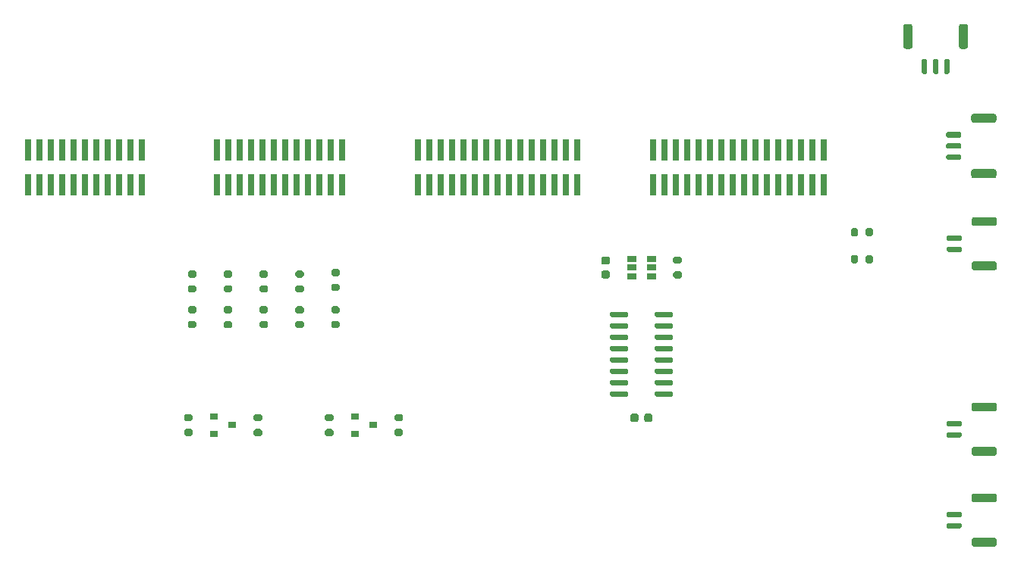
<source format=gbr>
%TF.GenerationSoftware,KiCad,Pcbnew,(5.1.10)-1*%
%TF.CreationDate,2021-08-26T14:05:13+08:00*%
%TF.ProjectId,Syrostan-Ext-DIO,5379726f-7374-4616-9e2d-4578742d4449,rev?*%
%TF.SameCoordinates,Original*%
%TF.FileFunction,Paste,Bot*%
%TF.FilePolarity,Positive*%
%FSLAX46Y46*%
G04 Gerber Fmt 4.6, Leading zero omitted, Abs format (unit mm)*
G04 Created by KiCad (PCBNEW (5.1.10)-1) date 2021-08-26 14:05:13*
%MOMM*%
%LPD*%
G01*
G04 APERTURE LIST*
%ADD10R,0.740000X2.400000*%
%ADD11R,0.900000X0.800000*%
%ADD12R,1.060000X0.650000*%
G04 APERTURE END LIST*
D10*
%TO.C,J3*%
X124798333Y-84249969D03*
X124798333Y-88149969D03*
X126068333Y-84249969D03*
X126068333Y-88149969D03*
X127338333Y-84249969D03*
X127338333Y-88149969D03*
X128608333Y-84249969D03*
X128608333Y-88149969D03*
X129878333Y-84249969D03*
X129878333Y-88149969D03*
X131148333Y-84249969D03*
X131148333Y-88149969D03*
X132418333Y-84249969D03*
X132418333Y-88149969D03*
X133688333Y-84249969D03*
X133688333Y-88149969D03*
X134958333Y-84249969D03*
X134958333Y-88149969D03*
X136228333Y-84249969D03*
X136228333Y-88149969D03*
X137498333Y-84249969D03*
X137498333Y-88149969D03*
X138768333Y-84249969D03*
X138768333Y-88149969D03*
%TD*%
%TO.C,J4*%
X103650000Y-84249969D03*
X103650000Y-88149969D03*
X104920000Y-84249969D03*
X104920000Y-88149969D03*
X106190000Y-84249969D03*
X106190000Y-88149969D03*
X107460000Y-84249969D03*
X107460000Y-88149969D03*
X108730000Y-84249969D03*
X108730000Y-88149969D03*
X110000000Y-84249969D03*
X110000000Y-88149969D03*
X111270000Y-84249969D03*
X111270000Y-88149969D03*
X112540000Y-84249969D03*
X112540000Y-88149969D03*
X113810000Y-84249969D03*
X113810000Y-88149969D03*
X115080000Y-84249969D03*
X115080000Y-88149969D03*
X116350000Y-84249969D03*
X116350000Y-88149969D03*
%TD*%
%TO.C,R1*%
G36*
G01*
X133725000Y-99425000D02*
X134275000Y-99425000D01*
G75*
G02*
X134475000Y-99625000I0J-200000D01*
G01*
X134475000Y-100025000D01*
G75*
G02*
X134275000Y-100225000I-200000J0D01*
G01*
X133725000Y-100225000D01*
G75*
G02*
X133525000Y-100025000I0J200000D01*
G01*
X133525000Y-99625000D01*
G75*
G02*
X133725000Y-99425000I200000J0D01*
G01*
G37*
G36*
G01*
X133725000Y-97775000D02*
X134275000Y-97775000D01*
G75*
G02*
X134475000Y-97975000I0J-200000D01*
G01*
X134475000Y-98375000D01*
G75*
G02*
X134275000Y-98575000I-200000J0D01*
G01*
X133725000Y-98575000D01*
G75*
G02*
X133525000Y-98375000I0J200000D01*
G01*
X133525000Y-97975000D01*
G75*
G02*
X133725000Y-97775000I200000J0D01*
G01*
G37*
%TD*%
%TO.C,R2*%
G36*
G01*
X129725000Y-99425000D02*
X130275000Y-99425000D01*
G75*
G02*
X130475000Y-99625000I0J-200000D01*
G01*
X130475000Y-100025000D01*
G75*
G02*
X130275000Y-100225000I-200000J0D01*
G01*
X129725000Y-100225000D01*
G75*
G02*
X129525000Y-100025000I0J200000D01*
G01*
X129525000Y-99625000D01*
G75*
G02*
X129725000Y-99425000I200000J0D01*
G01*
G37*
G36*
G01*
X129725000Y-97775000D02*
X130275000Y-97775000D01*
G75*
G02*
X130475000Y-97975000I0J-200000D01*
G01*
X130475000Y-98375000D01*
G75*
G02*
X130275000Y-98575000I-200000J0D01*
G01*
X129725000Y-98575000D01*
G75*
G02*
X129525000Y-98375000I0J200000D01*
G01*
X129525000Y-97975000D01*
G75*
G02*
X129725000Y-97775000I200000J0D01*
G01*
G37*
%TD*%
%TO.C,R3*%
G36*
G01*
X125725000Y-99425000D02*
X126275000Y-99425000D01*
G75*
G02*
X126475000Y-99625000I0J-200000D01*
G01*
X126475000Y-100025000D01*
G75*
G02*
X126275000Y-100225000I-200000J0D01*
G01*
X125725000Y-100225000D01*
G75*
G02*
X125525000Y-100025000I0J200000D01*
G01*
X125525000Y-99625000D01*
G75*
G02*
X125725000Y-99425000I200000J0D01*
G01*
G37*
G36*
G01*
X125725000Y-97775000D02*
X126275000Y-97775000D01*
G75*
G02*
X126475000Y-97975000I0J-200000D01*
G01*
X126475000Y-98375000D01*
G75*
G02*
X126275000Y-98575000I-200000J0D01*
G01*
X125725000Y-98575000D01*
G75*
G02*
X125525000Y-98375000I0J200000D01*
G01*
X125525000Y-97975000D01*
G75*
G02*
X125725000Y-97775000I200000J0D01*
G01*
G37*
%TD*%
%TO.C,R4*%
G36*
G01*
X133725000Y-103425000D02*
X134275000Y-103425000D01*
G75*
G02*
X134475000Y-103625000I0J-200000D01*
G01*
X134475000Y-104025000D01*
G75*
G02*
X134275000Y-104225000I-200000J0D01*
G01*
X133725000Y-104225000D01*
G75*
G02*
X133525000Y-104025000I0J200000D01*
G01*
X133525000Y-103625000D01*
G75*
G02*
X133725000Y-103425000I200000J0D01*
G01*
G37*
G36*
G01*
X133725000Y-101775000D02*
X134275000Y-101775000D01*
G75*
G02*
X134475000Y-101975000I0J-200000D01*
G01*
X134475000Y-102375000D01*
G75*
G02*
X134275000Y-102575000I-200000J0D01*
G01*
X133725000Y-102575000D01*
G75*
G02*
X133525000Y-102375000I0J200000D01*
G01*
X133525000Y-101975000D01*
G75*
G02*
X133725000Y-101775000I200000J0D01*
G01*
G37*
%TD*%
%TO.C,R5*%
G36*
G01*
X129725000Y-103425000D02*
X130275000Y-103425000D01*
G75*
G02*
X130475000Y-103625000I0J-200000D01*
G01*
X130475000Y-104025000D01*
G75*
G02*
X130275000Y-104225000I-200000J0D01*
G01*
X129725000Y-104225000D01*
G75*
G02*
X129525000Y-104025000I0J200000D01*
G01*
X129525000Y-103625000D01*
G75*
G02*
X129725000Y-103425000I200000J0D01*
G01*
G37*
G36*
G01*
X129725000Y-101775000D02*
X130275000Y-101775000D01*
G75*
G02*
X130475000Y-101975000I0J-200000D01*
G01*
X130475000Y-102375000D01*
G75*
G02*
X130275000Y-102575000I-200000J0D01*
G01*
X129725000Y-102575000D01*
G75*
G02*
X129525000Y-102375000I0J200000D01*
G01*
X129525000Y-101975000D01*
G75*
G02*
X129725000Y-101775000I200000J0D01*
G01*
G37*
%TD*%
%TO.C,R6*%
G36*
G01*
X125725000Y-103425000D02*
X126275000Y-103425000D01*
G75*
G02*
X126475000Y-103625000I0J-200000D01*
G01*
X126475000Y-104025000D01*
G75*
G02*
X126275000Y-104225000I-200000J0D01*
G01*
X125725000Y-104225000D01*
G75*
G02*
X125525000Y-104025000I0J200000D01*
G01*
X125525000Y-103625000D01*
G75*
G02*
X125725000Y-103425000I200000J0D01*
G01*
G37*
G36*
G01*
X125725000Y-101775000D02*
X126275000Y-101775000D01*
G75*
G02*
X126475000Y-101975000I0J-200000D01*
G01*
X126475000Y-102375000D01*
G75*
G02*
X126275000Y-102575000I-200000J0D01*
G01*
X125725000Y-102575000D01*
G75*
G02*
X125525000Y-102375000I0J200000D01*
G01*
X125525000Y-101975000D01*
G75*
G02*
X125725000Y-101775000I200000J0D01*
G01*
G37*
%TD*%
%TO.C,R7*%
G36*
G01*
X121725000Y-99425000D02*
X122275000Y-99425000D01*
G75*
G02*
X122475000Y-99625000I0J-200000D01*
G01*
X122475000Y-100025000D01*
G75*
G02*
X122275000Y-100225000I-200000J0D01*
G01*
X121725000Y-100225000D01*
G75*
G02*
X121525000Y-100025000I0J200000D01*
G01*
X121525000Y-99625000D01*
G75*
G02*
X121725000Y-99425000I200000J0D01*
G01*
G37*
G36*
G01*
X121725000Y-97775000D02*
X122275000Y-97775000D01*
G75*
G02*
X122475000Y-97975000I0J-200000D01*
G01*
X122475000Y-98375000D01*
G75*
G02*
X122275000Y-98575000I-200000J0D01*
G01*
X121725000Y-98575000D01*
G75*
G02*
X121525000Y-98375000I0J200000D01*
G01*
X121525000Y-97975000D01*
G75*
G02*
X121725000Y-97775000I200000J0D01*
G01*
G37*
%TD*%
%TO.C,R8*%
G36*
G01*
X137725000Y-99250000D02*
X138275000Y-99250000D01*
G75*
G02*
X138475000Y-99450000I0J-200000D01*
G01*
X138475000Y-99850000D01*
G75*
G02*
X138275000Y-100050000I-200000J0D01*
G01*
X137725000Y-100050000D01*
G75*
G02*
X137525000Y-99850000I0J200000D01*
G01*
X137525000Y-99450000D01*
G75*
G02*
X137725000Y-99250000I200000J0D01*
G01*
G37*
G36*
G01*
X137725000Y-97600000D02*
X138275000Y-97600000D01*
G75*
G02*
X138475000Y-97800000I0J-200000D01*
G01*
X138475000Y-98200000D01*
G75*
G02*
X138275000Y-98400000I-200000J0D01*
G01*
X137725000Y-98400000D01*
G75*
G02*
X137525000Y-98200000I0J200000D01*
G01*
X137525000Y-97800000D01*
G75*
G02*
X137725000Y-97600000I200000J0D01*
G01*
G37*
%TD*%
%TO.C,R9*%
G36*
G01*
X121725000Y-103425000D02*
X122275000Y-103425000D01*
G75*
G02*
X122475000Y-103625000I0J-200000D01*
G01*
X122475000Y-104025000D01*
G75*
G02*
X122275000Y-104225000I-200000J0D01*
G01*
X121725000Y-104225000D01*
G75*
G02*
X121525000Y-104025000I0J200000D01*
G01*
X121525000Y-103625000D01*
G75*
G02*
X121725000Y-103425000I200000J0D01*
G01*
G37*
G36*
G01*
X121725000Y-101775000D02*
X122275000Y-101775000D01*
G75*
G02*
X122475000Y-101975000I0J-200000D01*
G01*
X122475000Y-102375000D01*
G75*
G02*
X122275000Y-102575000I-200000J0D01*
G01*
X121725000Y-102575000D01*
G75*
G02*
X121525000Y-102375000I0J200000D01*
G01*
X121525000Y-101975000D01*
G75*
G02*
X121725000Y-101775000I200000J0D01*
G01*
G37*
%TD*%
%TO.C,R10*%
G36*
G01*
X137725000Y-103425000D02*
X138275000Y-103425000D01*
G75*
G02*
X138475000Y-103625000I0J-200000D01*
G01*
X138475000Y-104025000D01*
G75*
G02*
X138275000Y-104225000I-200000J0D01*
G01*
X137725000Y-104225000D01*
G75*
G02*
X137525000Y-104025000I0J200000D01*
G01*
X137525000Y-103625000D01*
G75*
G02*
X137725000Y-103425000I200000J0D01*
G01*
G37*
G36*
G01*
X137725000Y-101775000D02*
X138275000Y-101775000D01*
G75*
G02*
X138475000Y-101975000I0J-200000D01*
G01*
X138475000Y-102375000D01*
G75*
G02*
X138275000Y-102575000I-200000J0D01*
G01*
X137725000Y-102575000D01*
G75*
G02*
X137525000Y-102375000I0J200000D01*
G01*
X137525000Y-101975000D01*
G75*
G02*
X137725000Y-101775000I200000J0D01*
G01*
G37*
%TD*%
%TO.C,C4*%
G36*
G01*
X171824969Y-114000000D02*
X171824969Y-114500000D01*
G75*
G02*
X171599969Y-114725000I-225000J0D01*
G01*
X171149969Y-114725000D01*
G75*
G02*
X170924969Y-114500000I0J225000D01*
G01*
X170924969Y-114000000D01*
G75*
G02*
X171149969Y-113775000I225000J0D01*
G01*
X171599969Y-113775000D01*
G75*
G02*
X171824969Y-114000000I0J-225000D01*
G01*
G37*
G36*
G01*
X173374969Y-114000000D02*
X173374969Y-114500000D01*
G75*
G02*
X173149969Y-114725000I-225000J0D01*
G01*
X172699969Y-114725000D01*
G75*
G02*
X172474969Y-114500000I0J225000D01*
G01*
X172474969Y-114000000D01*
G75*
G02*
X172699969Y-113775000I225000J0D01*
G01*
X173149969Y-113775000D01*
G75*
G02*
X173374969Y-114000000I0J-225000D01*
G01*
G37*
%TD*%
%TO.C,U1*%
G36*
G01*
X173649969Y-111734969D02*
X173649969Y-111434969D01*
G75*
G02*
X173799969Y-111284969I150000J0D01*
G01*
X175499969Y-111284969D01*
G75*
G02*
X175649969Y-111434969I0J-150000D01*
G01*
X175649969Y-111734969D01*
G75*
G02*
X175499969Y-111884969I-150000J0D01*
G01*
X173799969Y-111884969D01*
G75*
G02*
X173649969Y-111734969I0J150000D01*
G01*
G37*
G36*
G01*
X173649969Y-110464969D02*
X173649969Y-110164969D01*
G75*
G02*
X173799969Y-110014969I150000J0D01*
G01*
X175499969Y-110014969D01*
G75*
G02*
X175649969Y-110164969I0J-150000D01*
G01*
X175649969Y-110464969D01*
G75*
G02*
X175499969Y-110614969I-150000J0D01*
G01*
X173799969Y-110614969D01*
G75*
G02*
X173649969Y-110464969I0J150000D01*
G01*
G37*
G36*
G01*
X173649969Y-109194969D02*
X173649969Y-108894969D01*
G75*
G02*
X173799969Y-108744969I150000J0D01*
G01*
X175499969Y-108744969D01*
G75*
G02*
X175649969Y-108894969I0J-150000D01*
G01*
X175649969Y-109194969D01*
G75*
G02*
X175499969Y-109344969I-150000J0D01*
G01*
X173799969Y-109344969D01*
G75*
G02*
X173649969Y-109194969I0J150000D01*
G01*
G37*
G36*
G01*
X173649969Y-107924969D02*
X173649969Y-107624969D01*
G75*
G02*
X173799969Y-107474969I150000J0D01*
G01*
X175499969Y-107474969D01*
G75*
G02*
X175649969Y-107624969I0J-150000D01*
G01*
X175649969Y-107924969D01*
G75*
G02*
X175499969Y-108074969I-150000J0D01*
G01*
X173799969Y-108074969D01*
G75*
G02*
X173649969Y-107924969I0J150000D01*
G01*
G37*
G36*
G01*
X173649969Y-106654969D02*
X173649969Y-106354969D01*
G75*
G02*
X173799969Y-106204969I150000J0D01*
G01*
X175499969Y-106204969D01*
G75*
G02*
X175649969Y-106354969I0J-150000D01*
G01*
X175649969Y-106654969D01*
G75*
G02*
X175499969Y-106804969I-150000J0D01*
G01*
X173799969Y-106804969D01*
G75*
G02*
X173649969Y-106654969I0J150000D01*
G01*
G37*
G36*
G01*
X173649969Y-105384969D02*
X173649969Y-105084969D01*
G75*
G02*
X173799969Y-104934969I150000J0D01*
G01*
X175499969Y-104934969D01*
G75*
G02*
X175649969Y-105084969I0J-150000D01*
G01*
X175649969Y-105384969D01*
G75*
G02*
X175499969Y-105534969I-150000J0D01*
G01*
X173799969Y-105534969D01*
G75*
G02*
X173649969Y-105384969I0J150000D01*
G01*
G37*
G36*
G01*
X173649969Y-104114969D02*
X173649969Y-103814969D01*
G75*
G02*
X173799969Y-103664969I150000J0D01*
G01*
X175499969Y-103664969D01*
G75*
G02*
X175649969Y-103814969I0J-150000D01*
G01*
X175649969Y-104114969D01*
G75*
G02*
X175499969Y-104264969I-150000J0D01*
G01*
X173799969Y-104264969D01*
G75*
G02*
X173649969Y-104114969I0J150000D01*
G01*
G37*
G36*
G01*
X173649969Y-102844969D02*
X173649969Y-102544969D01*
G75*
G02*
X173799969Y-102394969I150000J0D01*
G01*
X175499969Y-102394969D01*
G75*
G02*
X175649969Y-102544969I0J-150000D01*
G01*
X175649969Y-102844969D01*
G75*
G02*
X175499969Y-102994969I-150000J0D01*
G01*
X173799969Y-102994969D01*
G75*
G02*
X173649969Y-102844969I0J150000D01*
G01*
G37*
G36*
G01*
X168649969Y-102844969D02*
X168649969Y-102544969D01*
G75*
G02*
X168799969Y-102394969I150000J0D01*
G01*
X170499969Y-102394969D01*
G75*
G02*
X170649969Y-102544969I0J-150000D01*
G01*
X170649969Y-102844969D01*
G75*
G02*
X170499969Y-102994969I-150000J0D01*
G01*
X168799969Y-102994969D01*
G75*
G02*
X168649969Y-102844969I0J150000D01*
G01*
G37*
G36*
G01*
X168649969Y-104114969D02*
X168649969Y-103814969D01*
G75*
G02*
X168799969Y-103664969I150000J0D01*
G01*
X170499969Y-103664969D01*
G75*
G02*
X170649969Y-103814969I0J-150000D01*
G01*
X170649969Y-104114969D01*
G75*
G02*
X170499969Y-104264969I-150000J0D01*
G01*
X168799969Y-104264969D01*
G75*
G02*
X168649969Y-104114969I0J150000D01*
G01*
G37*
G36*
G01*
X168649969Y-105384969D02*
X168649969Y-105084969D01*
G75*
G02*
X168799969Y-104934969I150000J0D01*
G01*
X170499969Y-104934969D01*
G75*
G02*
X170649969Y-105084969I0J-150000D01*
G01*
X170649969Y-105384969D01*
G75*
G02*
X170499969Y-105534969I-150000J0D01*
G01*
X168799969Y-105534969D01*
G75*
G02*
X168649969Y-105384969I0J150000D01*
G01*
G37*
G36*
G01*
X168649969Y-106654969D02*
X168649969Y-106354969D01*
G75*
G02*
X168799969Y-106204969I150000J0D01*
G01*
X170499969Y-106204969D01*
G75*
G02*
X170649969Y-106354969I0J-150000D01*
G01*
X170649969Y-106654969D01*
G75*
G02*
X170499969Y-106804969I-150000J0D01*
G01*
X168799969Y-106804969D01*
G75*
G02*
X168649969Y-106654969I0J150000D01*
G01*
G37*
G36*
G01*
X168649969Y-107924969D02*
X168649969Y-107624969D01*
G75*
G02*
X168799969Y-107474969I150000J0D01*
G01*
X170499969Y-107474969D01*
G75*
G02*
X170649969Y-107624969I0J-150000D01*
G01*
X170649969Y-107924969D01*
G75*
G02*
X170499969Y-108074969I-150000J0D01*
G01*
X168799969Y-108074969D01*
G75*
G02*
X168649969Y-107924969I0J150000D01*
G01*
G37*
G36*
G01*
X168649969Y-109194969D02*
X168649969Y-108894969D01*
G75*
G02*
X168799969Y-108744969I150000J0D01*
G01*
X170499969Y-108744969D01*
G75*
G02*
X170649969Y-108894969I0J-150000D01*
G01*
X170649969Y-109194969D01*
G75*
G02*
X170499969Y-109344969I-150000J0D01*
G01*
X168799969Y-109344969D01*
G75*
G02*
X168649969Y-109194969I0J150000D01*
G01*
G37*
G36*
G01*
X168649969Y-110464969D02*
X168649969Y-110164969D01*
G75*
G02*
X168799969Y-110014969I150000J0D01*
G01*
X170499969Y-110014969D01*
G75*
G02*
X170649969Y-110164969I0J-150000D01*
G01*
X170649969Y-110464969D01*
G75*
G02*
X170499969Y-110614969I-150000J0D01*
G01*
X168799969Y-110614969D01*
G75*
G02*
X168649969Y-110464969I0J150000D01*
G01*
G37*
G36*
G01*
X168649969Y-111734969D02*
X168649969Y-111434969D01*
G75*
G02*
X168799969Y-111284969I150000J0D01*
G01*
X170499969Y-111284969D01*
G75*
G02*
X170649969Y-111434969I0J-150000D01*
G01*
X170649969Y-111734969D01*
G75*
G02*
X170499969Y-111884969I-150000J0D01*
G01*
X168799969Y-111884969D01*
G75*
G02*
X168649969Y-111734969I0J150000D01*
G01*
G37*
%TD*%
%TO.C,R11*%
G36*
G01*
X197175000Y-96775000D02*
X197175000Y-96225000D01*
G75*
G02*
X197375000Y-96025000I200000J0D01*
G01*
X197775000Y-96025000D01*
G75*
G02*
X197975000Y-96225000I0J-200000D01*
G01*
X197975000Y-96775000D01*
G75*
G02*
X197775000Y-96975000I-200000J0D01*
G01*
X197375000Y-96975000D01*
G75*
G02*
X197175000Y-96775000I0J200000D01*
G01*
G37*
G36*
G01*
X195525000Y-96775000D02*
X195525000Y-96225000D01*
G75*
G02*
X195725000Y-96025000I200000J0D01*
G01*
X196125000Y-96025000D01*
G75*
G02*
X196325000Y-96225000I0J-200000D01*
G01*
X196325000Y-96775000D01*
G75*
G02*
X196125000Y-96975000I-200000J0D01*
G01*
X195725000Y-96975000D01*
G75*
G02*
X195525000Y-96775000I0J200000D01*
G01*
G37*
%TD*%
%TO.C,R12*%
G36*
G01*
X197175000Y-93775000D02*
X197175000Y-93225000D01*
G75*
G02*
X197375000Y-93025000I200000J0D01*
G01*
X197775000Y-93025000D01*
G75*
G02*
X197975000Y-93225000I0J-200000D01*
G01*
X197975000Y-93775000D01*
G75*
G02*
X197775000Y-93975000I-200000J0D01*
G01*
X197375000Y-93975000D01*
G75*
G02*
X197175000Y-93775000I0J200000D01*
G01*
G37*
G36*
G01*
X195525000Y-93775000D02*
X195525000Y-93225000D01*
G75*
G02*
X195725000Y-93025000I200000J0D01*
G01*
X196125000Y-93025000D01*
G75*
G02*
X196325000Y-93225000I0J-200000D01*
G01*
X196325000Y-93775000D01*
G75*
G02*
X196125000Y-93975000I-200000J0D01*
G01*
X195725000Y-93975000D01*
G75*
G02*
X195525000Y-93775000I0J200000D01*
G01*
G37*
%TD*%
%TO.C,J5*%
X192525000Y-88149969D03*
X192525000Y-84249969D03*
X191255000Y-88149969D03*
X191255000Y-84249969D03*
X189985000Y-88149969D03*
X189985000Y-84249969D03*
X188715000Y-88149969D03*
X188715000Y-84249969D03*
X187445000Y-88149969D03*
X187445000Y-84249969D03*
X186175000Y-88149969D03*
X186175000Y-84249969D03*
X184905000Y-88149969D03*
X184905000Y-84249969D03*
X183635000Y-88149969D03*
X183635000Y-84249969D03*
X182365000Y-88149969D03*
X182365000Y-84249969D03*
X181095000Y-88149969D03*
X181095000Y-84249969D03*
X179825000Y-88149969D03*
X179825000Y-84249969D03*
X178555000Y-88149969D03*
X178555000Y-84249969D03*
X177285000Y-88149969D03*
X177285000Y-84249969D03*
X176015000Y-88149969D03*
X176015000Y-84249969D03*
X174745000Y-88149969D03*
X174745000Y-84249969D03*
X173475000Y-88149969D03*
X173475000Y-84249969D03*
%TD*%
%TO.C,J6*%
G36*
G01*
X211520000Y-81250000D02*
X209220000Y-81250000D01*
G75*
G02*
X208970000Y-81000000I0J250000D01*
G01*
X208970000Y-80500000D01*
G75*
G02*
X209220000Y-80250000I250000J0D01*
G01*
X211520000Y-80250000D01*
G75*
G02*
X211770000Y-80500000I0J-250000D01*
G01*
X211770000Y-81000000D01*
G75*
G02*
X211520000Y-81250000I-250000J0D01*
G01*
G37*
G36*
G01*
X211520000Y-87450000D02*
X209220000Y-87450000D01*
G75*
G02*
X208970000Y-87200000I0J250000D01*
G01*
X208970000Y-86700000D01*
G75*
G02*
X209220000Y-86450000I250000J0D01*
G01*
X211520000Y-86450000D01*
G75*
G02*
X211770000Y-86700000I0J-250000D01*
G01*
X211770000Y-87200000D01*
G75*
G02*
X211520000Y-87450000I-250000J0D01*
G01*
G37*
G36*
G01*
X207720000Y-82900000D02*
X206320000Y-82900000D01*
G75*
G02*
X206170000Y-82750000I0J150000D01*
G01*
X206170000Y-82450000D01*
G75*
G02*
X206320000Y-82300000I150000J0D01*
G01*
X207720000Y-82300000D01*
G75*
G02*
X207870000Y-82450000I0J-150000D01*
G01*
X207870000Y-82750000D01*
G75*
G02*
X207720000Y-82900000I-150000J0D01*
G01*
G37*
G36*
G01*
X207720000Y-84150000D02*
X206320000Y-84150000D01*
G75*
G02*
X206170000Y-84000000I0J150000D01*
G01*
X206170000Y-83700000D01*
G75*
G02*
X206320000Y-83550000I150000J0D01*
G01*
X207720000Y-83550000D01*
G75*
G02*
X207870000Y-83700000I0J-150000D01*
G01*
X207870000Y-84000000D01*
G75*
G02*
X207720000Y-84150000I-150000J0D01*
G01*
G37*
G36*
G01*
X207720000Y-85400000D02*
X206320000Y-85400000D01*
G75*
G02*
X206170000Y-85250000I0J150000D01*
G01*
X206170000Y-84950000D01*
G75*
G02*
X206320000Y-84800000I150000J0D01*
G01*
X207720000Y-84800000D01*
G75*
G02*
X207870000Y-84950000I0J-150000D01*
G01*
X207870000Y-85250000D01*
G75*
G02*
X207720000Y-85400000I-150000J0D01*
G01*
G37*
%TD*%
%TO.C,J7*%
G36*
G01*
X202400000Y-70450000D02*
X202400000Y-72750000D01*
G75*
G02*
X202150000Y-73000000I-250000J0D01*
G01*
X201650000Y-73000000D01*
G75*
G02*
X201400000Y-72750000I0J250000D01*
G01*
X201400000Y-70450000D01*
G75*
G02*
X201650000Y-70200000I250000J0D01*
G01*
X202150000Y-70200000D01*
G75*
G02*
X202400000Y-70450000I0J-250000D01*
G01*
G37*
G36*
G01*
X208600000Y-70450000D02*
X208600000Y-72750000D01*
G75*
G02*
X208350000Y-73000000I-250000J0D01*
G01*
X207850000Y-73000000D01*
G75*
G02*
X207600000Y-72750000I0J250000D01*
G01*
X207600000Y-70450000D01*
G75*
G02*
X207850000Y-70200000I250000J0D01*
G01*
X208350000Y-70200000D01*
G75*
G02*
X208600000Y-70450000I0J-250000D01*
G01*
G37*
G36*
G01*
X204050000Y-74250000D02*
X204050000Y-75650000D01*
G75*
G02*
X203900000Y-75800000I-150000J0D01*
G01*
X203600000Y-75800000D01*
G75*
G02*
X203450000Y-75650000I0J150000D01*
G01*
X203450000Y-74250000D01*
G75*
G02*
X203600000Y-74100000I150000J0D01*
G01*
X203900000Y-74100000D01*
G75*
G02*
X204050000Y-74250000I0J-150000D01*
G01*
G37*
G36*
G01*
X205300000Y-74250000D02*
X205300000Y-75650000D01*
G75*
G02*
X205150000Y-75800000I-150000J0D01*
G01*
X204850000Y-75800000D01*
G75*
G02*
X204700000Y-75650000I0J150000D01*
G01*
X204700000Y-74250000D01*
G75*
G02*
X204850000Y-74100000I150000J0D01*
G01*
X205150000Y-74100000D01*
G75*
G02*
X205300000Y-74250000I0J-150000D01*
G01*
G37*
G36*
G01*
X206550000Y-74250000D02*
X206550000Y-75650000D01*
G75*
G02*
X206400000Y-75800000I-150000J0D01*
G01*
X206100000Y-75800000D01*
G75*
G02*
X205950000Y-75650000I0J150000D01*
G01*
X205950000Y-74250000D01*
G75*
G02*
X206100000Y-74100000I150000J0D01*
G01*
X206400000Y-74100000D01*
G75*
G02*
X206550000Y-74250000I0J-150000D01*
G01*
G37*
%TD*%
%TO.C,J8*%
G36*
G01*
X211560000Y-123695000D02*
X209260000Y-123695000D01*
G75*
G02*
X209010000Y-123445000I0J250000D01*
G01*
X209010000Y-122945000D01*
G75*
G02*
X209260000Y-122695000I250000J0D01*
G01*
X211560000Y-122695000D01*
G75*
G02*
X211810000Y-122945000I0J-250000D01*
G01*
X211810000Y-123445000D01*
G75*
G02*
X211560000Y-123695000I-250000J0D01*
G01*
G37*
G36*
G01*
X211560000Y-128645000D02*
X209260000Y-128645000D01*
G75*
G02*
X209010000Y-128395000I0J250000D01*
G01*
X209010000Y-127895000D01*
G75*
G02*
X209260000Y-127645000I250000J0D01*
G01*
X211560000Y-127645000D01*
G75*
G02*
X211810000Y-127895000I0J-250000D01*
G01*
X211810000Y-128395000D01*
G75*
G02*
X211560000Y-128645000I-250000J0D01*
G01*
G37*
G36*
G01*
X207760000Y-125345000D02*
X206360000Y-125345000D01*
G75*
G02*
X206210000Y-125195000I0J150000D01*
G01*
X206210000Y-124895000D01*
G75*
G02*
X206360000Y-124745000I150000J0D01*
G01*
X207760000Y-124745000D01*
G75*
G02*
X207910000Y-124895000I0J-150000D01*
G01*
X207910000Y-125195000D01*
G75*
G02*
X207760000Y-125345000I-150000J0D01*
G01*
G37*
G36*
G01*
X207760000Y-126595000D02*
X206360000Y-126595000D01*
G75*
G02*
X206210000Y-126445000I0J150000D01*
G01*
X206210000Y-126145000D01*
G75*
G02*
X206360000Y-125995000I150000J0D01*
G01*
X207760000Y-125995000D01*
G75*
G02*
X207910000Y-126145000I0J-150000D01*
G01*
X207910000Y-126445000D01*
G75*
G02*
X207760000Y-126595000I-150000J0D01*
G01*
G37*
%TD*%
%TO.C,J9*%
G36*
G01*
X211560000Y-113538334D02*
X209260000Y-113538334D01*
G75*
G02*
X209010000Y-113288334I0J250000D01*
G01*
X209010000Y-112788334D01*
G75*
G02*
X209260000Y-112538334I250000J0D01*
G01*
X211560000Y-112538334D01*
G75*
G02*
X211810000Y-112788334I0J-250000D01*
G01*
X211810000Y-113288334D01*
G75*
G02*
X211560000Y-113538334I-250000J0D01*
G01*
G37*
G36*
G01*
X211560000Y-118488334D02*
X209260000Y-118488334D01*
G75*
G02*
X209010000Y-118238334I0J250000D01*
G01*
X209010000Y-117738334D01*
G75*
G02*
X209260000Y-117488334I250000J0D01*
G01*
X211560000Y-117488334D01*
G75*
G02*
X211810000Y-117738334I0J-250000D01*
G01*
X211810000Y-118238334D01*
G75*
G02*
X211560000Y-118488334I-250000J0D01*
G01*
G37*
G36*
G01*
X207760000Y-115188334D02*
X206360000Y-115188334D01*
G75*
G02*
X206210000Y-115038334I0J150000D01*
G01*
X206210000Y-114738334D01*
G75*
G02*
X206360000Y-114588334I150000J0D01*
G01*
X207760000Y-114588334D01*
G75*
G02*
X207910000Y-114738334I0J-150000D01*
G01*
X207910000Y-115038334D01*
G75*
G02*
X207760000Y-115188334I-150000J0D01*
G01*
G37*
G36*
G01*
X207760000Y-116438334D02*
X206360000Y-116438334D01*
G75*
G02*
X206210000Y-116288334I0J150000D01*
G01*
X206210000Y-115988334D01*
G75*
G02*
X206360000Y-115838334I150000J0D01*
G01*
X207760000Y-115838334D01*
G75*
G02*
X207910000Y-115988334I0J-150000D01*
G01*
X207910000Y-116288334D01*
G75*
G02*
X207760000Y-116438334I-150000J0D01*
G01*
G37*
%TD*%
%TO.C,J10*%
G36*
G01*
X211570000Y-92799969D02*
X209270000Y-92799969D01*
G75*
G02*
X209020000Y-92549969I0J250000D01*
G01*
X209020000Y-92049969D01*
G75*
G02*
X209270000Y-91799969I250000J0D01*
G01*
X211570000Y-91799969D01*
G75*
G02*
X211820000Y-92049969I0J-250000D01*
G01*
X211820000Y-92549969D01*
G75*
G02*
X211570000Y-92799969I-250000J0D01*
G01*
G37*
G36*
G01*
X211570000Y-97749969D02*
X209270000Y-97749969D01*
G75*
G02*
X209020000Y-97499969I0J250000D01*
G01*
X209020000Y-96999969D01*
G75*
G02*
X209270000Y-96749969I250000J0D01*
G01*
X211570000Y-96749969D01*
G75*
G02*
X211820000Y-96999969I0J-250000D01*
G01*
X211820000Y-97499969D01*
G75*
G02*
X211570000Y-97749969I-250000J0D01*
G01*
G37*
G36*
G01*
X207770000Y-94449969D02*
X206370000Y-94449969D01*
G75*
G02*
X206220000Y-94299969I0J150000D01*
G01*
X206220000Y-93999969D01*
G75*
G02*
X206370000Y-93849969I150000J0D01*
G01*
X207770000Y-93849969D01*
G75*
G02*
X207920000Y-93999969I0J-150000D01*
G01*
X207920000Y-94299969D01*
G75*
G02*
X207770000Y-94449969I-150000J0D01*
G01*
G37*
G36*
G01*
X207770000Y-95699969D02*
X206370000Y-95699969D01*
G75*
G02*
X206220000Y-95549969I0J150000D01*
G01*
X206220000Y-95249969D01*
G75*
G02*
X206370000Y-95099969I150000J0D01*
G01*
X207770000Y-95099969D01*
G75*
G02*
X207920000Y-95249969I0J-150000D01*
G01*
X207920000Y-95549969D01*
G75*
G02*
X207770000Y-95699969I-150000J0D01*
G01*
G37*
%TD*%
%TO.C,C1*%
G36*
G01*
X168400000Y-97115000D02*
X167900000Y-97115000D01*
G75*
G02*
X167675000Y-96890000I0J225000D01*
G01*
X167675000Y-96440000D01*
G75*
G02*
X167900000Y-96215000I225000J0D01*
G01*
X168400000Y-96215000D01*
G75*
G02*
X168625000Y-96440000I0J-225000D01*
G01*
X168625000Y-96890000D01*
G75*
G02*
X168400000Y-97115000I-225000J0D01*
G01*
G37*
G36*
G01*
X168400000Y-98665000D02*
X167900000Y-98665000D01*
G75*
G02*
X167675000Y-98440000I0J225000D01*
G01*
X167675000Y-97990000D01*
G75*
G02*
X167900000Y-97765000I225000J0D01*
G01*
X168400000Y-97765000D01*
G75*
G02*
X168625000Y-97990000I0J-225000D01*
G01*
X168625000Y-98440000D01*
G75*
G02*
X168400000Y-98665000I-225000J0D01*
G01*
G37*
%TD*%
D11*
%TO.C,Q1*%
X126465000Y-115060000D03*
X124465000Y-114110000D03*
X124465000Y-116010000D03*
%TD*%
%TO.C,Q2*%
X142185000Y-115060000D03*
X140185000Y-114110000D03*
X140185000Y-116010000D03*
%TD*%
%TO.C,R13*%
G36*
G01*
X176445000Y-97015000D02*
X175895000Y-97015000D01*
G75*
G02*
X175695000Y-96815000I0J200000D01*
G01*
X175695000Y-96415000D01*
G75*
G02*
X175895000Y-96215000I200000J0D01*
G01*
X176445000Y-96215000D01*
G75*
G02*
X176645000Y-96415000I0J-200000D01*
G01*
X176645000Y-96815000D01*
G75*
G02*
X176445000Y-97015000I-200000J0D01*
G01*
G37*
G36*
G01*
X176445000Y-98665000D02*
X175895000Y-98665000D01*
G75*
G02*
X175695000Y-98465000I0J200000D01*
G01*
X175695000Y-98065000D01*
G75*
G02*
X175895000Y-97865000I200000J0D01*
G01*
X176445000Y-97865000D01*
G75*
G02*
X176645000Y-98065000I0J-200000D01*
G01*
X176645000Y-98465000D01*
G75*
G02*
X176445000Y-98665000I-200000J0D01*
G01*
G37*
%TD*%
%TO.C,R14*%
G36*
G01*
X129625000Y-114635000D02*
X129075000Y-114635000D01*
G75*
G02*
X128875000Y-114435000I0J200000D01*
G01*
X128875000Y-114035000D01*
G75*
G02*
X129075000Y-113835000I200000J0D01*
G01*
X129625000Y-113835000D01*
G75*
G02*
X129825000Y-114035000I0J-200000D01*
G01*
X129825000Y-114435000D01*
G75*
G02*
X129625000Y-114635000I-200000J0D01*
G01*
G37*
G36*
G01*
X129625000Y-116285000D02*
X129075000Y-116285000D01*
G75*
G02*
X128875000Y-116085000I0J200000D01*
G01*
X128875000Y-115685000D01*
G75*
G02*
X129075000Y-115485000I200000J0D01*
G01*
X129625000Y-115485000D01*
G75*
G02*
X129825000Y-115685000I0J-200000D01*
G01*
X129825000Y-116085000D01*
G75*
G02*
X129625000Y-116285000I-200000J0D01*
G01*
G37*
%TD*%
%TO.C,R15*%
G36*
G01*
X145345000Y-114635000D02*
X144795000Y-114635000D01*
G75*
G02*
X144595000Y-114435000I0J200000D01*
G01*
X144595000Y-114035000D01*
G75*
G02*
X144795000Y-113835000I200000J0D01*
G01*
X145345000Y-113835000D01*
G75*
G02*
X145545000Y-114035000I0J-200000D01*
G01*
X145545000Y-114435000D01*
G75*
G02*
X145345000Y-114635000I-200000J0D01*
G01*
G37*
G36*
G01*
X145345000Y-116285000D02*
X144795000Y-116285000D01*
G75*
G02*
X144595000Y-116085000I0J200000D01*
G01*
X144595000Y-115685000D01*
G75*
G02*
X144795000Y-115485000I200000J0D01*
G01*
X145345000Y-115485000D01*
G75*
G02*
X145545000Y-115685000I0J-200000D01*
G01*
X145545000Y-116085000D01*
G75*
G02*
X145345000Y-116285000I-200000J0D01*
G01*
G37*
%TD*%
%TO.C,R16*%
G36*
G01*
X121305000Y-115485000D02*
X121855000Y-115485000D01*
G75*
G02*
X122055000Y-115685000I0J-200000D01*
G01*
X122055000Y-116085000D01*
G75*
G02*
X121855000Y-116285000I-200000J0D01*
G01*
X121305000Y-116285000D01*
G75*
G02*
X121105000Y-116085000I0J200000D01*
G01*
X121105000Y-115685000D01*
G75*
G02*
X121305000Y-115485000I200000J0D01*
G01*
G37*
G36*
G01*
X121305000Y-113835000D02*
X121855000Y-113835000D01*
G75*
G02*
X122055000Y-114035000I0J-200000D01*
G01*
X122055000Y-114435000D01*
G75*
G02*
X121855000Y-114635000I-200000J0D01*
G01*
X121305000Y-114635000D01*
G75*
G02*
X121105000Y-114435000I0J200000D01*
G01*
X121105000Y-114035000D01*
G75*
G02*
X121305000Y-113835000I200000J0D01*
G01*
G37*
%TD*%
%TO.C,R17*%
G36*
G01*
X137025000Y-115485000D02*
X137575000Y-115485000D01*
G75*
G02*
X137775000Y-115685000I0J-200000D01*
G01*
X137775000Y-116085000D01*
G75*
G02*
X137575000Y-116285000I-200000J0D01*
G01*
X137025000Y-116285000D01*
G75*
G02*
X136825000Y-116085000I0J200000D01*
G01*
X136825000Y-115685000D01*
G75*
G02*
X137025000Y-115485000I200000J0D01*
G01*
G37*
G36*
G01*
X137025000Y-113835000D02*
X137575000Y-113835000D01*
G75*
G02*
X137775000Y-114035000I0J-200000D01*
G01*
X137775000Y-114435000D01*
G75*
G02*
X137575000Y-114635000I-200000J0D01*
G01*
X137025000Y-114635000D01*
G75*
G02*
X136825000Y-114435000I0J200000D01*
G01*
X136825000Y-114035000D01*
G75*
G02*
X137025000Y-113835000I200000J0D01*
G01*
G37*
%TD*%
D12*
%TO.C,U2*%
X171060000Y-97440000D03*
X171060000Y-96490000D03*
X171060000Y-98390000D03*
X173260000Y-98390000D03*
X173260000Y-97440000D03*
X173260000Y-96490000D03*
%TD*%
D10*
%TO.C,J2*%
X165006666Y-88149969D03*
X165006666Y-84249969D03*
X163736666Y-88149969D03*
X163736666Y-84249969D03*
X162466666Y-88149969D03*
X162466666Y-84249969D03*
X161196666Y-88149969D03*
X161196666Y-84249969D03*
X159926666Y-88149969D03*
X159926666Y-84249969D03*
X158656666Y-88149969D03*
X158656666Y-84249969D03*
X157386666Y-88149969D03*
X157386666Y-84249969D03*
X156116666Y-88149969D03*
X156116666Y-84249969D03*
X154846666Y-88149969D03*
X154846666Y-84249969D03*
X153576666Y-88149969D03*
X153576666Y-84249969D03*
X152306666Y-88149969D03*
X152306666Y-84249969D03*
X151036666Y-88149969D03*
X151036666Y-84249969D03*
X149766666Y-88149969D03*
X149766666Y-84249969D03*
X148496666Y-88149969D03*
X148496666Y-84249969D03*
X147226666Y-88149969D03*
X147226666Y-84249969D03*
%TD*%
M02*

</source>
